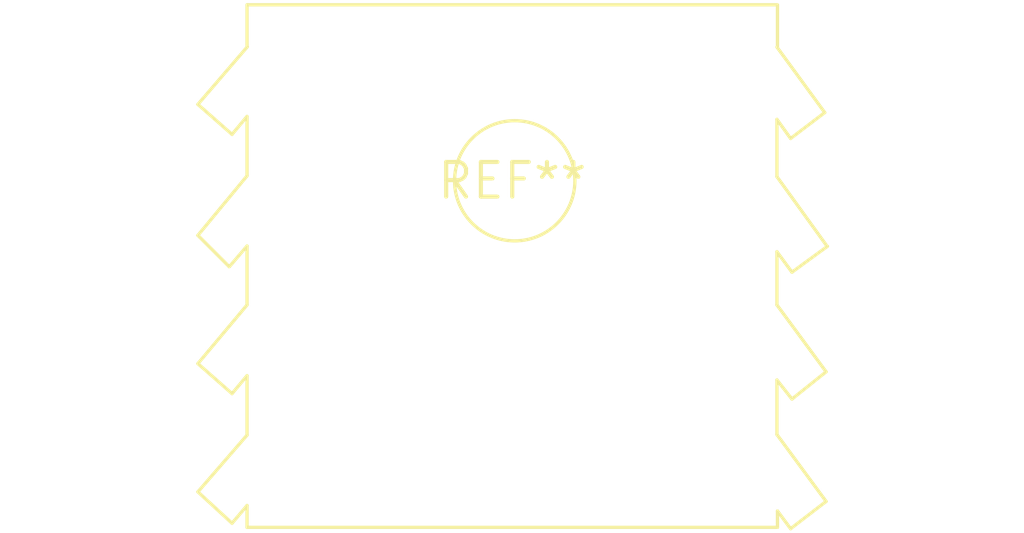
<source format=kicad_pcb>
(kicad_pcb (version 20240108) (generator pcbnew)
  (layers (0 "F.Cu" signal) (31 "B.Cu" signal) (34 "B.Paste" user) (35 "F.Paste" user) (36 "B.SilkS" user "B.Silkscreen") (37 "F.SilkS" user "F.Silkscreen") (38 "B.Mask" user) (39 "F.Mask" user) (44 "Edge.Cuts" user))
  (net 0 "")
  (footprint "Heatsink_AAVID_TV5G_TO220_Horizontal" (layer "F.Cu") (at 0 0)
    (property "Reference" "REF**")
    (property "Value" "Heatsink_AAVID_TV5G_TO220_Horizontal")
    (fp_line (start -11.51 -2.8) (end -9.7 -4.91) (layer "F.SilkS") (stroke (width 0.12)))
    (fp_line (start -11.51 2) (end -9.71 -0.18) (layer "F.SilkS") (stroke (width 0.12)))
    (fp_line (start -11.51 6.7) (end -9.71 4.55) (layer "F.SilkS") (stroke (width 0.12)))
    (fp_line (start -11.51 11.4) (end -9.71 9.32) (layer "F.SilkS") (stroke (width 0.12)))
    (fp_line (start -10.36 3.15) (end -11.51 2) (layer "F.SilkS") (stroke (width 0.12)))
    (fp_line (start -10.26 -1.7) (end -11.51 -2.8) (layer "F.SilkS") (stroke (width 0.12)))
    (fp_line (start -10.26 7.8) (end -11.51 6.7) (layer "F.SilkS") (stroke (width 0.12)))
    (fp_line (start -10.26 12.55) (end -11.51 11.4) (layer "F.SilkS") (stroke (width 0.12)))
    (fp_line (start -9.71 -4.94) (end -9.71 -6.45) (layer "F.SilkS") (stroke (width 0.12)))
    (fp_line (start -9.71 -2.36) (end -10.26 -1.7) (layer "F.SilkS") (stroke (width 0.12)))
    (fp_line (start -9.71 -0.19) (end -9.71 -2.35) (layer "F.SilkS") (stroke (width 0.12)))
    (fp_line (start -9.71 2.39) (end -10.36 3.15) (layer "F.SilkS") (stroke (width 0.12)))
    (fp_line (start -9.71 4.54) (end -9.71 2.39) (layer "F.SilkS") (stroke (width 0.12)))
    (fp_line (start -9.71 7.14) (end -10.26 7.8) (layer "F.SilkS") (stroke (width 0.12)))
    (fp_line (start -9.71 9.32) (end -9.71 7.15) (layer "F.SilkS") (stroke (width 0.12)))
    (fp_line (start -9.71 11.9) (end -10.26 12.55) (layer "F.SilkS") (stroke (width 0.12)))
    (fp_line (start -9.71 12.7) (end -9.71 11.9) (layer "F.SilkS") (stroke (width 0.12)))
    (fp_line (start -9.69 -6.45) (end 9.69 -6.45) (layer "F.SilkS") (stroke (width 0.12)))
    (fp_line (start 9.69 -4.9) (end 11.44 -2.5) (layer "F.SilkS") (stroke (width 0.12)))
    (fp_line (start 9.69 -2.25) (end 9.69 -0.15) (layer "F.SilkS") (stroke (width 0.12)))
    (fp_line (start 9.69 -0.15) (end 11.49 2.35) (layer "F.SilkS") (stroke (width 0.12)))
    (fp_line (start 9.69 2.6) (end 9.69 4.55) (layer "F.SilkS") (stroke (width 0.12)))
    (fp_line (start 9.69 4.55) (end 11.49 7) (layer "F.SilkS") (stroke (width 0.12)))
    (fp_line (start 9.69 7.3) (end 9.69 9.3) (layer "F.SilkS") (stroke (width 0.12)))
    (fp_line (start 9.69 9.3) (end 11.49 11.75) (layer "F.SilkS") (stroke (width 0.12)))
    (fp_line (start 9.71 -6.45) (end 9.71 -4.9) (layer "F.SilkS") (stroke (width 0.12)))
    (fp_line (start 9.71 12.1) (end 9.71 12.7) (layer "F.SilkS") (stroke (width 0.12)))
    (fp_line (start 9.71 12.7) (end -9.71 12.7) (layer "F.SilkS") (stroke (width 0.12)))
    (fp_line (start 10.19 -1.55) (end 9.69 -2.25) (layer "F.SilkS") (stroke (width 0.12)))
    (fp_line (start 10.19 12.75) (end 9.71 12.1) (layer "F.SilkS") (stroke (width 0.12)))
    (fp_line (start 10.24 3.35) (end 9.69 2.6) (layer "F.SilkS") (stroke (width 0.12)))
    (fp_line (start 10.24 8) (end 9.69 7.3) (layer "F.SilkS") (stroke (width 0.12)))
    (fp_line (start 11.44 -2.5) (end 10.19 -1.55) (layer "F.SilkS") (stroke (width 0.12)))
    (fp_line (start 11.49 7) (end 10.24 8) (layer "F.SilkS") (stroke (width 0.12)))
    (fp_line (start 11.49 11.75) (end 10.19 12.75) (layer "F.SilkS") (stroke (width 0.12)))
    (fp_line (start 11.54 2.4) (end 10.24 3.35) (layer "F.SilkS") (stroke (width 0.12)))
    (fp_circle (center 0.09 0) (end 2.29 -0.1) (layer "F.SilkS") (stroke (width 0.12)) (fill none))
  )
)
</source>
